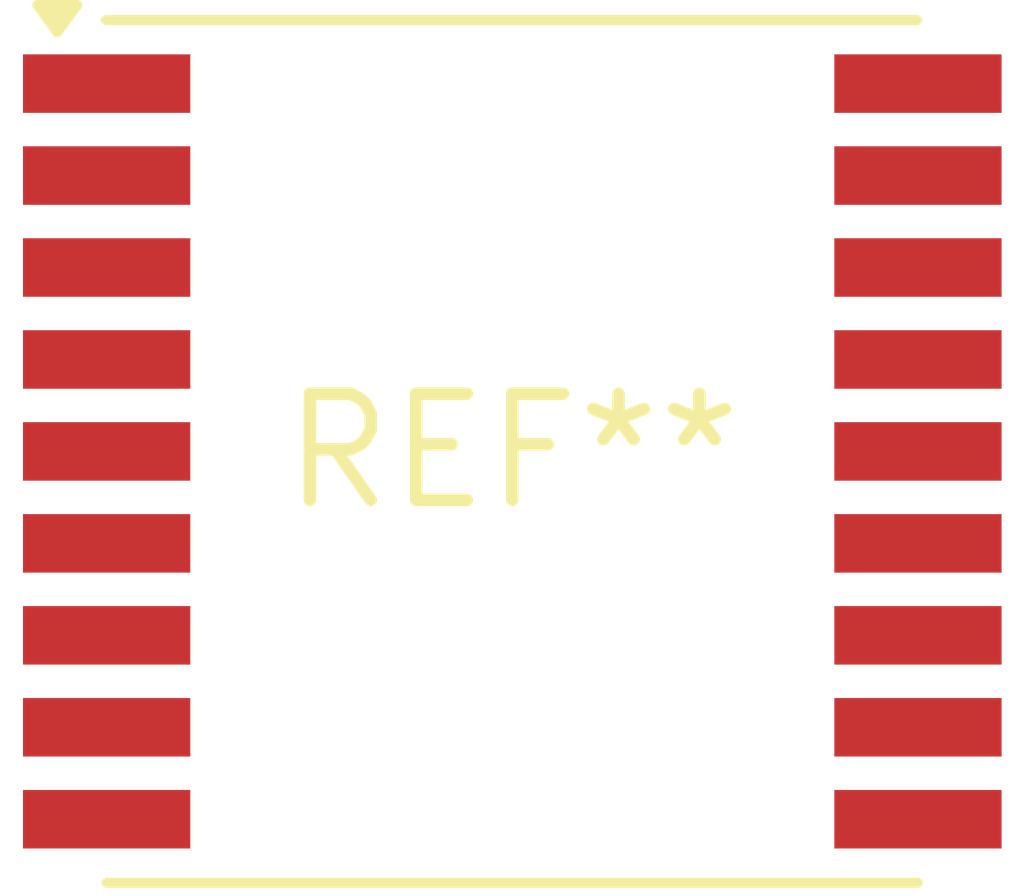
<source format=kicad_pcb>
(kicad_pcb (version 20240108) (generator pcbnew)
  (layers (0 "F.Cu" signal) (31 "B.Cu" signal) (34 "B.Paste" user) (35 "F.Paste" user) (36 "B.SilkS" user "B.Silkscreen") (37 "F.SilkS" user "F.Silkscreen") (38 "B.Mask" user) (39 "F.Mask" user) (44 "Edge.Cuts" user))
  (net 0 "")
  (footprint "SIM28ML" (layer "F.Cu") (at 0 0)
    (property "Reference" "REF**")
    (property "Value" "SIM28ML")
    (fp_line (start -4.86 -5.16) (end 4.84 -5.16) (layer "F.SilkS") (stroke (width 0.12)))
    (fp_line (start -4.85 5.16) (end 4.85 5.16) (layer "F.SilkS") (stroke (width 0.12)))
    (fp_poly (pts (xy -5.44 -5.01) (xy -5.68 -5.34) (xy -5.2 -5.34) (xy -5.44 -5.01)) (layer "F.SilkS") (stroke (width 0.12)) (fill solid))
    (pad "1" smd rect (at -4.85 -4.4) (size 2 0.7) (layers "F.Cu" "F.Paste" "F.Mask"))
    (pad "2" smd rect (at -4.85 -3.3) (size 2 0.7) (layers "F.Cu" "F.Paste" "F.Mask"))
    (pad "3" smd rect (at -4.85 -2.2) (size 2 0.7) (layers "F.Cu" "F.Paste" "F.Mask"))
    (pad "4" smd rect (at -4.85 -1.1) (size 2 0.7) (layers "F.Cu" "F.Paste" "F.Mask"))
    (pad "5" smd rect (at -4.85 0) (size 2 0.7) (layers "F.Cu" "F.Paste" "F.Mask"))
    (pad "6" smd rect (at -4.85 1.1) (size 2 0.7) (layers "F.Cu" "F.Paste" "F.Mask"))
    (pad "7" smd rect (at -4.85 2.2) (size 2 0.7) (layers "F.Cu" "F.Paste" "F.Mask"))
    (pad "8" smd rect (at -4.85 3.3) (size 2 0.7) (layers "F.Cu" "F.Paste" "F.Mask"))
    (pad "9" smd rect (at -4.85 4.4) (size 2 0.7) (layers "F.Cu" "F.Paste" "F.Mask"))
    (pad "10" smd rect (at 4.85 4.4) (size 2 0.7) (layers "F.Cu" "F.Paste" "F.Mask"))
    (pad "11" smd rect (at 4.85 3.3) (size 2 0.7) (layers "F.Cu" "F.Paste" "F.Mask"))
    (pad "12" smd rect (at 4.85 2.2) (size 2 0.7) (layers "F.Cu" "F.Paste" "F.Mask"))
    (pad "13" smd rect (at 4.85 1.1) (size 2 0.7) (layers "F.Cu" "F.Paste" "F.Mask"))
    (pad "14" smd rect (at 4.85 0) (size 2 0.7) (layers "F.Cu" "F.Paste" "F.Mask"))
    (pad "15" smd rect (at 4.85 -1.1) (size 2 0.7) (layers "F.Cu" "F.Paste" "F.Mask"))
    (pad "16" smd rect (at 4.85 -2.2) (size 2 0.7) (layers "F.Cu" "F.Paste" "F.Mask"))
    (pad "17" smd rect (at 4.85 -3.3) (size 2 0.7) (layers "F.Cu" "F.Paste" "F.Mask"))
    (pad "18" smd rect (at 4.85 -4.4) (size 2 0.7) (layers "F.Cu" "F.Paste" "F.Mask"))
  )
)
</source>
